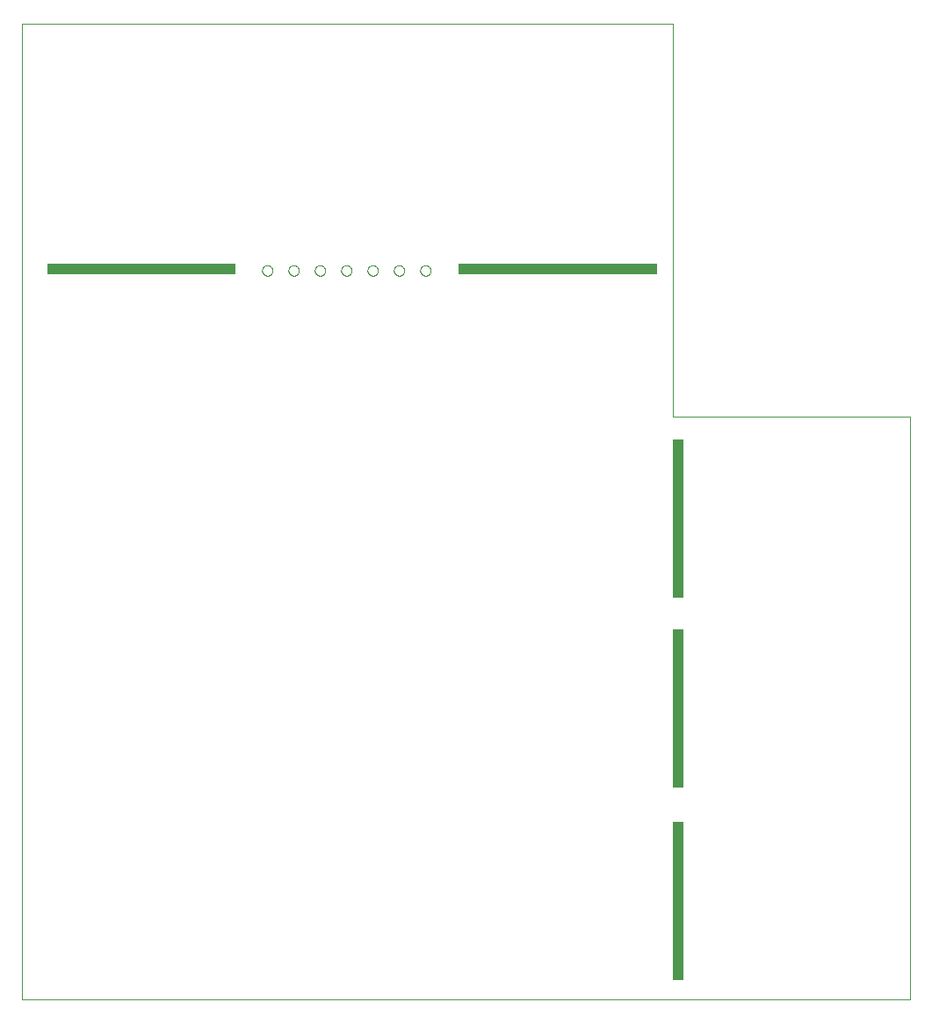
<source format=gbr>
G75*
%MOIN*%
%OFA0B0*%
%FSLAX25Y25*%
%IPPOS*%
%LPD*%
%AMOC8*
5,1,8,0,0,1.08239X$1,22.5*
%
%ADD10C,0.00000*%
%ADD11R,0.71500X0.04000*%
%ADD12R,0.75500X0.04000*%
%ADD13R,0.04000X0.60000*%
D10*
X0001353Y0001000D02*
X0001353Y0371000D01*
X0248353Y0371000D01*
X0248353Y0222000D01*
X0338353Y0222000D01*
X0338353Y0001000D01*
X0001353Y0001000D01*
X0092384Y0277500D02*
X0092386Y0277588D01*
X0092392Y0277676D01*
X0092402Y0277764D01*
X0092416Y0277852D01*
X0092433Y0277938D01*
X0092455Y0278024D01*
X0092480Y0278108D01*
X0092510Y0278192D01*
X0092542Y0278274D01*
X0092579Y0278354D01*
X0092619Y0278433D01*
X0092663Y0278510D01*
X0092710Y0278585D01*
X0092760Y0278657D01*
X0092814Y0278728D01*
X0092870Y0278795D01*
X0092930Y0278861D01*
X0092992Y0278923D01*
X0093058Y0278983D01*
X0093125Y0279039D01*
X0093196Y0279093D01*
X0093268Y0279143D01*
X0093343Y0279190D01*
X0093420Y0279234D01*
X0093499Y0279274D01*
X0093579Y0279311D01*
X0093661Y0279343D01*
X0093745Y0279373D01*
X0093829Y0279398D01*
X0093915Y0279420D01*
X0094001Y0279437D01*
X0094089Y0279451D01*
X0094177Y0279461D01*
X0094265Y0279467D01*
X0094353Y0279469D01*
X0094441Y0279467D01*
X0094529Y0279461D01*
X0094617Y0279451D01*
X0094705Y0279437D01*
X0094791Y0279420D01*
X0094877Y0279398D01*
X0094961Y0279373D01*
X0095045Y0279343D01*
X0095127Y0279311D01*
X0095207Y0279274D01*
X0095286Y0279234D01*
X0095363Y0279190D01*
X0095438Y0279143D01*
X0095510Y0279093D01*
X0095581Y0279039D01*
X0095648Y0278983D01*
X0095714Y0278923D01*
X0095776Y0278861D01*
X0095836Y0278795D01*
X0095892Y0278728D01*
X0095946Y0278657D01*
X0095996Y0278585D01*
X0096043Y0278510D01*
X0096087Y0278433D01*
X0096127Y0278354D01*
X0096164Y0278274D01*
X0096196Y0278192D01*
X0096226Y0278108D01*
X0096251Y0278024D01*
X0096273Y0277938D01*
X0096290Y0277852D01*
X0096304Y0277764D01*
X0096314Y0277676D01*
X0096320Y0277588D01*
X0096322Y0277500D01*
X0096320Y0277412D01*
X0096314Y0277324D01*
X0096304Y0277236D01*
X0096290Y0277148D01*
X0096273Y0277062D01*
X0096251Y0276976D01*
X0096226Y0276892D01*
X0096196Y0276808D01*
X0096164Y0276726D01*
X0096127Y0276646D01*
X0096087Y0276567D01*
X0096043Y0276490D01*
X0095996Y0276415D01*
X0095946Y0276343D01*
X0095892Y0276272D01*
X0095836Y0276205D01*
X0095776Y0276139D01*
X0095714Y0276077D01*
X0095648Y0276017D01*
X0095581Y0275961D01*
X0095510Y0275907D01*
X0095438Y0275857D01*
X0095363Y0275810D01*
X0095286Y0275766D01*
X0095207Y0275726D01*
X0095127Y0275689D01*
X0095045Y0275657D01*
X0094961Y0275627D01*
X0094877Y0275602D01*
X0094791Y0275580D01*
X0094705Y0275563D01*
X0094617Y0275549D01*
X0094529Y0275539D01*
X0094441Y0275533D01*
X0094353Y0275531D01*
X0094265Y0275533D01*
X0094177Y0275539D01*
X0094089Y0275549D01*
X0094001Y0275563D01*
X0093915Y0275580D01*
X0093829Y0275602D01*
X0093745Y0275627D01*
X0093661Y0275657D01*
X0093579Y0275689D01*
X0093499Y0275726D01*
X0093420Y0275766D01*
X0093343Y0275810D01*
X0093268Y0275857D01*
X0093196Y0275907D01*
X0093125Y0275961D01*
X0093058Y0276017D01*
X0092992Y0276077D01*
X0092930Y0276139D01*
X0092870Y0276205D01*
X0092814Y0276272D01*
X0092760Y0276343D01*
X0092710Y0276415D01*
X0092663Y0276490D01*
X0092619Y0276567D01*
X0092579Y0276646D01*
X0092542Y0276726D01*
X0092510Y0276808D01*
X0092480Y0276892D01*
X0092455Y0276976D01*
X0092433Y0277062D01*
X0092416Y0277148D01*
X0092402Y0277236D01*
X0092392Y0277324D01*
X0092386Y0277412D01*
X0092384Y0277500D01*
X0102384Y0277500D02*
X0102386Y0277588D01*
X0102392Y0277676D01*
X0102402Y0277764D01*
X0102416Y0277852D01*
X0102433Y0277938D01*
X0102455Y0278024D01*
X0102480Y0278108D01*
X0102510Y0278192D01*
X0102542Y0278274D01*
X0102579Y0278354D01*
X0102619Y0278433D01*
X0102663Y0278510D01*
X0102710Y0278585D01*
X0102760Y0278657D01*
X0102814Y0278728D01*
X0102870Y0278795D01*
X0102930Y0278861D01*
X0102992Y0278923D01*
X0103058Y0278983D01*
X0103125Y0279039D01*
X0103196Y0279093D01*
X0103268Y0279143D01*
X0103343Y0279190D01*
X0103420Y0279234D01*
X0103499Y0279274D01*
X0103579Y0279311D01*
X0103661Y0279343D01*
X0103745Y0279373D01*
X0103829Y0279398D01*
X0103915Y0279420D01*
X0104001Y0279437D01*
X0104089Y0279451D01*
X0104177Y0279461D01*
X0104265Y0279467D01*
X0104353Y0279469D01*
X0104441Y0279467D01*
X0104529Y0279461D01*
X0104617Y0279451D01*
X0104705Y0279437D01*
X0104791Y0279420D01*
X0104877Y0279398D01*
X0104961Y0279373D01*
X0105045Y0279343D01*
X0105127Y0279311D01*
X0105207Y0279274D01*
X0105286Y0279234D01*
X0105363Y0279190D01*
X0105438Y0279143D01*
X0105510Y0279093D01*
X0105581Y0279039D01*
X0105648Y0278983D01*
X0105714Y0278923D01*
X0105776Y0278861D01*
X0105836Y0278795D01*
X0105892Y0278728D01*
X0105946Y0278657D01*
X0105996Y0278585D01*
X0106043Y0278510D01*
X0106087Y0278433D01*
X0106127Y0278354D01*
X0106164Y0278274D01*
X0106196Y0278192D01*
X0106226Y0278108D01*
X0106251Y0278024D01*
X0106273Y0277938D01*
X0106290Y0277852D01*
X0106304Y0277764D01*
X0106314Y0277676D01*
X0106320Y0277588D01*
X0106322Y0277500D01*
X0106320Y0277412D01*
X0106314Y0277324D01*
X0106304Y0277236D01*
X0106290Y0277148D01*
X0106273Y0277062D01*
X0106251Y0276976D01*
X0106226Y0276892D01*
X0106196Y0276808D01*
X0106164Y0276726D01*
X0106127Y0276646D01*
X0106087Y0276567D01*
X0106043Y0276490D01*
X0105996Y0276415D01*
X0105946Y0276343D01*
X0105892Y0276272D01*
X0105836Y0276205D01*
X0105776Y0276139D01*
X0105714Y0276077D01*
X0105648Y0276017D01*
X0105581Y0275961D01*
X0105510Y0275907D01*
X0105438Y0275857D01*
X0105363Y0275810D01*
X0105286Y0275766D01*
X0105207Y0275726D01*
X0105127Y0275689D01*
X0105045Y0275657D01*
X0104961Y0275627D01*
X0104877Y0275602D01*
X0104791Y0275580D01*
X0104705Y0275563D01*
X0104617Y0275549D01*
X0104529Y0275539D01*
X0104441Y0275533D01*
X0104353Y0275531D01*
X0104265Y0275533D01*
X0104177Y0275539D01*
X0104089Y0275549D01*
X0104001Y0275563D01*
X0103915Y0275580D01*
X0103829Y0275602D01*
X0103745Y0275627D01*
X0103661Y0275657D01*
X0103579Y0275689D01*
X0103499Y0275726D01*
X0103420Y0275766D01*
X0103343Y0275810D01*
X0103268Y0275857D01*
X0103196Y0275907D01*
X0103125Y0275961D01*
X0103058Y0276017D01*
X0102992Y0276077D01*
X0102930Y0276139D01*
X0102870Y0276205D01*
X0102814Y0276272D01*
X0102760Y0276343D01*
X0102710Y0276415D01*
X0102663Y0276490D01*
X0102619Y0276567D01*
X0102579Y0276646D01*
X0102542Y0276726D01*
X0102510Y0276808D01*
X0102480Y0276892D01*
X0102455Y0276976D01*
X0102433Y0277062D01*
X0102416Y0277148D01*
X0102402Y0277236D01*
X0102392Y0277324D01*
X0102386Y0277412D01*
X0102384Y0277500D01*
X0112384Y0277500D02*
X0112386Y0277588D01*
X0112392Y0277676D01*
X0112402Y0277764D01*
X0112416Y0277852D01*
X0112433Y0277938D01*
X0112455Y0278024D01*
X0112480Y0278108D01*
X0112510Y0278192D01*
X0112542Y0278274D01*
X0112579Y0278354D01*
X0112619Y0278433D01*
X0112663Y0278510D01*
X0112710Y0278585D01*
X0112760Y0278657D01*
X0112814Y0278728D01*
X0112870Y0278795D01*
X0112930Y0278861D01*
X0112992Y0278923D01*
X0113058Y0278983D01*
X0113125Y0279039D01*
X0113196Y0279093D01*
X0113268Y0279143D01*
X0113343Y0279190D01*
X0113420Y0279234D01*
X0113499Y0279274D01*
X0113579Y0279311D01*
X0113661Y0279343D01*
X0113745Y0279373D01*
X0113829Y0279398D01*
X0113915Y0279420D01*
X0114001Y0279437D01*
X0114089Y0279451D01*
X0114177Y0279461D01*
X0114265Y0279467D01*
X0114353Y0279469D01*
X0114441Y0279467D01*
X0114529Y0279461D01*
X0114617Y0279451D01*
X0114705Y0279437D01*
X0114791Y0279420D01*
X0114877Y0279398D01*
X0114961Y0279373D01*
X0115045Y0279343D01*
X0115127Y0279311D01*
X0115207Y0279274D01*
X0115286Y0279234D01*
X0115363Y0279190D01*
X0115438Y0279143D01*
X0115510Y0279093D01*
X0115581Y0279039D01*
X0115648Y0278983D01*
X0115714Y0278923D01*
X0115776Y0278861D01*
X0115836Y0278795D01*
X0115892Y0278728D01*
X0115946Y0278657D01*
X0115996Y0278585D01*
X0116043Y0278510D01*
X0116087Y0278433D01*
X0116127Y0278354D01*
X0116164Y0278274D01*
X0116196Y0278192D01*
X0116226Y0278108D01*
X0116251Y0278024D01*
X0116273Y0277938D01*
X0116290Y0277852D01*
X0116304Y0277764D01*
X0116314Y0277676D01*
X0116320Y0277588D01*
X0116322Y0277500D01*
X0116320Y0277412D01*
X0116314Y0277324D01*
X0116304Y0277236D01*
X0116290Y0277148D01*
X0116273Y0277062D01*
X0116251Y0276976D01*
X0116226Y0276892D01*
X0116196Y0276808D01*
X0116164Y0276726D01*
X0116127Y0276646D01*
X0116087Y0276567D01*
X0116043Y0276490D01*
X0115996Y0276415D01*
X0115946Y0276343D01*
X0115892Y0276272D01*
X0115836Y0276205D01*
X0115776Y0276139D01*
X0115714Y0276077D01*
X0115648Y0276017D01*
X0115581Y0275961D01*
X0115510Y0275907D01*
X0115438Y0275857D01*
X0115363Y0275810D01*
X0115286Y0275766D01*
X0115207Y0275726D01*
X0115127Y0275689D01*
X0115045Y0275657D01*
X0114961Y0275627D01*
X0114877Y0275602D01*
X0114791Y0275580D01*
X0114705Y0275563D01*
X0114617Y0275549D01*
X0114529Y0275539D01*
X0114441Y0275533D01*
X0114353Y0275531D01*
X0114265Y0275533D01*
X0114177Y0275539D01*
X0114089Y0275549D01*
X0114001Y0275563D01*
X0113915Y0275580D01*
X0113829Y0275602D01*
X0113745Y0275627D01*
X0113661Y0275657D01*
X0113579Y0275689D01*
X0113499Y0275726D01*
X0113420Y0275766D01*
X0113343Y0275810D01*
X0113268Y0275857D01*
X0113196Y0275907D01*
X0113125Y0275961D01*
X0113058Y0276017D01*
X0112992Y0276077D01*
X0112930Y0276139D01*
X0112870Y0276205D01*
X0112814Y0276272D01*
X0112760Y0276343D01*
X0112710Y0276415D01*
X0112663Y0276490D01*
X0112619Y0276567D01*
X0112579Y0276646D01*
X0112542Y0276726D01*
X0112510Y0276808D01*
X0112480Y0276892D01*
X0112455Y0276976D01*
X0112433Y0277062D01*
X0112416Y0277148D01*
X0112402Y0277236D01*
X0112392Y0277324D01*
X0112386Y0277412D01*
X0112384Y0277500D01*
X0122384Y0277500D02*
X0122386Y0277588D01*
X0122392Y0277676D01*
X0122402Y0277764D01*
X0122416Y0277852D01*
X0122433Y0277938D01*
X0122455Y0278024D01*
X0122480Y0278108D01*
X0122510Y0278192D01*
X0122542Y0278274D01*
X0122579Y0278354D01*
X0122619Y0278433D01*
X0122663Y0278510D01*
X0122710Y0278585D01*
X0122760Y0278657D01*
X0122814Y0278728D01*
X0122870Y0278795D01*
X0122930Y0278861D01*
X0122992Y0278923D01*
X0123058Y0278983D01*
X0123125Y0279039D01*
X0123196Y0279093D01*
X0123268Y0279143D01*
X0123343Y0279190D01*
X0123420Y0279234D01*
X0123499Y0279274D01*
X0123579Y0279311D01*
X0123661Y0279343D01*
X0123745Y0279373D01*
X0123829Y0279398D01*
X0123915Y0279420D01*
X0124001Y0279437D01*
X0124089Y0279451D01*
X0124177Y0279461D01*
X0124265Y0279467D01*
X0124353Y0279469D01*
X0124441Y0279467D01*
X0124529Y0279461D01*
X0124617Y0279451D01*
X0124705Y0279437D01*
X0124791Y0279420D01*
X0124877Y0279398D01*
X0124961Y0279373D01*
X0125045Y0279343D01*
X0125127Y0279311D01*
X0125207Y0279274D01*
X0125286Y0279234D01*
X0125363Y0279190D01*
X0125438Y0279143D01*
X0125510Y0279093D01*
X0125581Y0279039D01*
X0125648Y0278983D01*
X0125714Y0278923D01*
X0125776Y0278861D01*
X0125836Y0278795D01*
X0125892Y0278728D01*
X0125946Y0278657D01*
X0125996Y0278585D01*
X0126043Y0278510D01*
X0126087Y0278433D01*
X0126127Y0278354D01*
X0126164Y0278274D01*
X0126196Y0278192D01*
X0126226Y0278108D01*
X0126251Y0278024D01*
X0126273Y0277938D01*
X0126290Y0277852D01*
X0126304Y0277764D01*
X0126314Y0277676D01*
X0126320Y0277588D01*
X0126322Y0277500D01*
X0126320Y0277412D01*
X0126314Y0277324D01*
X0126304Y0277236D01*
X0126290Y0277148D01*
X0126273Y0277062D01*
X0126251Y0276976D01*
X0126226Y0276892D01*
X0126196Y0276808D01*
X0126164Y0276726D01*
X0126127Y0276646D01*
X0126087Y0276567D01*
X0126043Y0276490D01*
X0125996Y0276415D01*
X0125946Y0276343D01*
X0125892Y0276272D01*
X0125836Y0276205D01*
X0125776Y0276139D01*
X0125714Y0276077D01*
X0125648Y0276017D01*
X0125581Y0275961D01*
X0125510Y0275907D01*
X0125438Y0275857D01*
X0125363Y0275810D01*
X0125286Y0275766D01*
X0125207Y0275726D01*
X0125127Y0275689D01*
X0125045Y0275657D01*
X0124961Y0275627D01*
X0124877Y0275602D01*
X0124791Y0275580D01*
X0124705Y0275563D01*
X0124617Y0275549D01*
X0124529Y0275539D01*
X0124441Y0275533D01*
X0124353Y0275531D01*
X0124265Y0275533D01*
X0124177Y0275539D01*
X0124089Y0275549D01*
X0124001Y0275563D01*
X0123915Y0275580D01*
X0123829Y0275602D01*
X0123745Y0275627D01*
X0123661Y0275657D01*
X0123579Y0275689D01*
X0123499Y0275726D01*
X0123420Y0275766D01*
X0123343Y0275810D01*
X0123268Y0275857D01*
X0123196Y0275907D01*
X0123125Y0275961D01*
X0123058Y0276017D01*
X0122992Y0276077D01*
X0122930Y0276139D01*
X0122870Y0276205D01*
X0122814Y0276272D01*
X0122760Y0276343D01*
X0122710Y0276415D01*
X0122663Y0276490D01*
X0122619Y0276567D01*
X0122579Y0276646D01*
X0122542Y0276726D01*
X0122510Y0276808D01*
X0122480Y0276892D01*
X0122455Y0276976D01*
X0122433Y0277062D01*
X0122416Y0277148D01*
X0122402Y0277236D01*
X0122392Y0277324D01*
X0122386Y0277412D01*
X0122384Y0277500D01*
X0132384Y0277500D02*
X0132386Y0277588D01*
X0132392Y0277676D01*
X0132402Y0277764D01*
X0132416Y0277852D01*
X0132433Y0277938D01*
X0132455Y0278024D01*
X0132480Y0278108D01*
X0132510Y0278192D01*
X0132542Y0278274D01*
X0132579Y0278354D01*
X0132619Y0278433D01*
X0132663Y0278510D01*
X0132710Y0278585D01*
X0132760Y0278657D01*
X0132814Y0278728D01*
X0132870Y0278795D01*
X0132930Y0278861D01*
X0132992Y0278923D01*
X0133058Y0278983D01*
X0133125Y0279039D01*
X0133196Y0279093D01*
X0133268Y0279143D01*
X0133343Y0279190D01*
X0133420Y0279234D01*
X0133499Y0279274D01*
X0133579Y0279311D01*
X0133661Y0279343D01*
X0133745Y0279373D01*
X0133829Y0279398D01*
X0133915Y0279420D01*
X0134001Y0279437D01*
X0134089Y0279451D01*
X0134177Y0279461D01*
X0134265Y0279467D01*
X0134353Y0279469D01*
X0134441Y0279467D01*
X0134529Y0279461D01*
X0134617Y0279451D01*
X0134705Y0279437D01*
X0134791Y0279420D01*
X0134877Y0279398D01*
X0134961Y0279373D01*
X0135045Y0279343D01*
X0135127Y0279311D01*
X0135207Y0279274D01*
X0135286Y0279234D01*
X0135363Y0279190D01*
X0135438Y0279143D01*
X0135510Y0279093D01*
X0135581Y0279039D01*
X0135648Y0278983D01*
X0135714Y0278923D01*
X0135776Y0278861D01*
X0135836Y0278795D01*
X0135892Y0278728D01*
X0135946Y0278657D01*
X0135996Y0278585D01*
X0136043Y0278510D01*
X0136087Y0278433D01*
X0136127Y0278354D01*
X0136164Y0278274D01*
X0136196Y0278192D01*
X0136226Y0278108D01*
X0136251Y0278024D01*
X0136273Y0277938D01*
X0136290Y0277852D01*
X0136304Y0277764D01*
X0136314Y0277676D01*
X0136320Y0277588D01*
X0136322Y0277500D01*
X0136320Y0277412D01*
X0136314Y0277324D01*
X0136304Y0277236D01*
X0136290Y0277148D01*
X0136273Y0277062D01*
X0136251Y0276976D01*
X0136226Y0276892D01*
X0136196Y0276808D01*
X0136164Y0276726D01*
X0136127Y0276646D01*
X0136087Y0276567D01*
X0136043Y0276490D01*
X0135996Y0276415D01*
X0135946Y0276343D01*
X0135892Y0276272D01*
X0135836Y0276205D01*
X0135776Y0276139D01*
X0135714Y0276077D01*
X0135648Y0276017D01*
X0135581Y0275961D01*
X0135510Y0275907D01*
X0135438Y0275857D01*
X0135363Y0275810D01*
X0135286Y0275766D01*
X0135207Y0275726D01*
X0135127Y0275689D01*
X0135045Y0275657D01*
X0134961Y0275627D01*
X0134877Y0275602D01*
X0134791Y0275580D01*
X0134705Y0275563D01*
X0134617Y0275549D01*
X0134529Y0275539D01*
X0134441Y0275533D01*
X0134353Y0275531D01*
X0134265Y0275533D01*
X0134177Y0275539D01*
X0134089Y0275549D01*
X0134001Y0275563D01*
X0133915Y0275580D01*
X0133829Y0275602D01*
X0133745Y0275627D01*
X0133661Y0275657D01*
X0133579Y0275689D01*
X0133499Y0275726D01*
X0133420Y0275766D01*
X0133343Y0275810D01*
X0133268Y0275857D01*
X0133196Y0275907D01*
X0133125Y0275961D01*
X0133058Y0276017D01*
X0132992Y0276077D01*
X0132930Y0276139D01*
X0132870Y0276205D01*
X0132814Y0276272D01*
X0132760Y0276343D01*
X0132710Y0276415D01*
X0132663Y0276490D01*
X0132619Y0276567D01*
X0132579Y0276646D01*
X0132542Y0276726D01*
X0132510Y0276808D01*
X0132480Y0276892D01*
X0132455Y0276976D01*
X0132433Y0277062D01*
X0132416Y0277148D01*
X0132402Y0277236D01*
X0132392Y0277324D01*
X0132386Y0277412D01*
X0132384Y0277500D01*
X0142384Y0277500D02*
X0142386Y0277588D01*
X0142392Y0277676D01*
X0142402Y0277764D01*
X0142416Y0277852D01*
X0142433Y0277938D01*
X0142455Y0278024D01*
X0142480Y0278108D01*
X0142510Y0278192D01*
X0142542Y0278274D01*
X0142579Y0278354D01*
X0142619Y0278433D01*
X0142663Y0278510D01*
X0142710Y0278585D01*
X0142760Y0278657D01*
X0142814Y0278728D01*
X0142870Y0278795D01*
X0142930Y0278861D01*
X0142992Y0278923D01*
X0143058Y0278983D01*
X0143125Y0279039D01*
X0143196Y0279093D01*
X0143268Y0279143D01*
X0143343Y0279190D01*
X0143420Y0279234D01*
X0143499Y0279274D01*
X0143579Y0279311D01*
X0143661Y0279343D01*
X0143745Y0279373D01*
X0143829Y0279398D01*
X0143915Y0279420D01*
X0144001Y0279437D01*
X0144089Y0279451D01*
X0144177Y0279461D01*
X0144265Y0279467D01*
X0144353Y0279469D01*
X0144441Y0279467D01*
X0144529Y0279461D01*
X0144617Y0279451D01*
X0144705Y0279437D01*
X0144791Y0279420D01*
X0144877Y0279398D01*
X0144961Y0279373D01*
X0145045Y0279343D01*
X0145127Y0279311D01*
X0145207Y0279274D01*
X0145286Y0279234D01*
X0145363Y0279190D01*
X0145438Y0279143D01*
X0145510Y0279093D01*
X0145581Y0279039D01*
X0145648Y0278983D01*
X0145714Y0278923D01*
X0145776Y0278861D01*
X0145836Y0278795D01*
X0145892Y0278728D01*
X0145946Y0278657D01*
X0145996Y0278585D01*
X0146043Y0278510D01*
X0146087Y0278433D01*
X0146127Y0278354D01*
X0146164Y0278274D01*
X0146196Y0278192D01*
X0146226Y0278108D01*
X0146251Y0278024D01*
X0146273Y0277938D01*
X0146290Y0277852D01*
X0146304Y0277764D01*
X0146314Y0277676D01*
X0146320Y0277588D01*
X0146322Y0277500D01*
X0146320Y0277412D01*
X0146314Y0277324D01*
X0146304Y0277236D01*
X0146290Y0277148D01*
X0146273Y0277062D01*
X0146251Y0276976D01*
X0146226Y0276892D01*
X0146196Y0276808D01*
X0146164Y0276726D01*
X0146127Y0276646D01*
X0146087Y0276567D01*
X0146043Y0276490D01*
X0145996Y0276415D01*
X0145946Y0276343D01*
X0145892Y0276272D01*
X0145836Y0276205D01*
X0145776Y0276139D01*
X0145714Y0276077D01*
X0145648Y0276017D01*
X0145581Y0275961D01*
X0145510Y0275907D01*
X0145438Y0275857D01*
X0145363Y0275810D01*
X0145286Y0275766D01*
X0145207Y0275726D01*
X0145127Y0275689D01*
X0145045Y0275657D01*
X0144961Y0275627D01*
X0144877Y0275602D01*
X0144791Y0275580D01*
X0144705Y0275563D01*
X0144617Y0275549D01*
X0144529Y0275539D01*
X0144441Y0275533D01*
X0144353Y0275531D01*
X0144265Y0275533D01*
X0144177Y0275539D01*
X0144089Y0275549D01*
X0144001Y0275563D01*
X0143915Y0275580D01*
X0143829Y0275602D01*
X0143745Y0275627D01*
X0143661Y0275657D01*
X0143579Y0275689D01*
X0143499Y0275726D01*
X0143420Y0275766D01*
X0143343Y0275810D01*
X0143268Y0275857D01*
X0143196Y0275907D01*
X0143125Y0275961D01*
X0143058Y0276017D01*
X0142992Y0276077D01*
X0142930Y0276139D01*
X0142870Y0276205D01*
X0142814Y0276272D01*
X0142760Y0276343D01*
X0142710Y0276415D01*
X0142663Y0276490D01*
X0142619Y0276567D01*
X0142579Y0276646D01*
X0142542Y0276726D01*
X0142510Y0276808D01*
X0142480Y0276892D01*
X0142455Y0276976D01*
X0142433Y0277062D01*
X0142416Y0277148D01*
X0142402Y0277236D01*
X0142392Y0277324D01*
X0142386Y0277412D01*
X0142384Y0277500D01*
X0152384Y0277500D02*
X0152386Y0277588D01*
X0152392Y0277676D01*
X0152402Y0277764D01*
X0152416Y0277852D01*
X0152433Y0277938D01*
X0152455Y0278024D01*
X0152480Y0278108D01*
X0152510Y0278192D01*
X0152542Y0278274D01*
X0152579Y0278354D01*
X0152619Y0278433D01*
X0152663Y0278510D01*
X0152710Y0278585D01*
X0152760Y0278657D01*
X0152814Y0278728D01*
X0152870Y0278795D01*
X0152930Y0278861D01*
X0152992Y0278923D01*
X0153058Y0278983D01*
X0153125Y0279039D01*
X0153196Y0279093D01*
X0153268Y0279143D01*
X0153343Y0279190D01*
X0153420Y0279234D01*
X0153499Y0279274D01*
X0153579Y0279311D01*
X0153661Y0279343D01*
X0153745Y0279373D01*
X0153829Y0279398D01*
X0153915Y0279420D01*
X0154001Y0279437D01*
X0154089Y0279451D01*
X0154177Y0279461D01*
X0154265Y0279467D01*
X0154353Y0279469D01*
X0154441Y0279467D01*
X0154529Y0279461D01*
X0154617Y0279451D01*
X0154705Y0279437D01*
X0154791Y0279420D01*
X0154877Y0279398D01*
X0154961Y0279373D01*
X0155045Y0279343D01*
X0155127Y0279311D01*
X0155207Y0279274D01*
X0155286Y0279234D01*
X0155363Y0279190D01*
X0155438Y0279143D01*
X0155510Y0279093D01*
X0155581Y0279039D01*
X0155648Y0278983D01*
X0155714Y0278923D01*
X0155776Y0278861D01*
X0155836Y0278795D01*
X0155892Y0278728D01*
X0155946Y0278657D01*
X0155996Y0278585D01*
X0156043Y0278510D01*
X0156087Y0278433D01*
X0156127Y0278354D01*
X0156164Y0278274D01*
X0156196Y0278192D01*
X0156226Y0278108D01*
X0156251Y0278024D01*
X0156273Y0277938D01*
X0156290Y0277852D01*
X0156304Y0277764D01*
X0156314Y0277676D01*
X0156320Y0277588D01*
X0156322Y0277500D01*
X0156320Y0277412D01*
X0156314Y0277324D01*
X0156304Y0277236D01*
X0156290Y0277148D01*
X0156273Y0277062D01*
X0156251Y0276976D01*
X0156226Y0276892D01*
X0156196Y0276808D01*
X0156164Y0276726D01*
X0156127Y0276646D01*
X0156087Y0276567D01*
X0156043Y0276490D01*
X0155996Y0276415D01*
X0155946Y0276343D01*
X0155892Y0276272D01*
X0155836Y0276205D01*
X0155776Y0276139D01*
X0155714Y0276077D01*
X0155648Y0276017D01*
X0155581Y0275961D01*
X0155510Y0275907D01*
X0155438Y0275857D01*
X0155363Y0275810D01*
X0155286Y0275766D01*
X0155207Y0275726D01*
X0155127Y0275689D01*
X0155045Y0275657D01*
X0154961Y0275627D01*
X0154877Y0275602D01*
X0154791Y0275580D01*
X0154705Y0275563D01*
X0154617Y0275549D01*
X0154529Y0275539D01*
X0154441Y0275533D01*
X0154353Y0275531D01*
X0154265Y0275533D01*
X0154177Y0275539D01*
X0154089Y0275549D01*
X0154001Y0275563D01*
X0153915Y0275580D01*
X0153829Y0275602D01*
X0153745Y0275627D01*
X0153661Y0275657D01*
X0153579Y0275689D01*
X0153499Y0275726D01*
X0153420Y0275766D01*
X0153343Y0275810D01*
X0153268Y0275857D01*
X0153196Y0275907D01*
X0153125Y0275961D01*
X0153058Y0276017D01*
X0152992Y0276077D01*
X0152930Y0276139D01*
X0152870Y0276205D01*
X0152814Y0276272D01*
X0152760Y0276343D01*
X0152710Y0276415D01*
X0152663Y0276490D01*
X0152619Y0276567D01*
X0152579Y0276646D01*
X0152542Y0276726D01*
X0152510Y0276808D01*
X0152480Y0276892D01*
X0152455Y0276976D01*
X0152433Y0277062D01*
X0152416Y0277148D01*
X0152402Y0277236D01*
X0152392Y0277324D01*
X0152386Y0277412D01*
X0152384Y0277500D01*
D11*
X0046603Y0278000D03*
D12*
X0204603Y0278000D03*
D13*
X0250353Y0183500D03*
X0250353Y0111250D03*
X0250353Y0038500D03*
M02*

</source>
